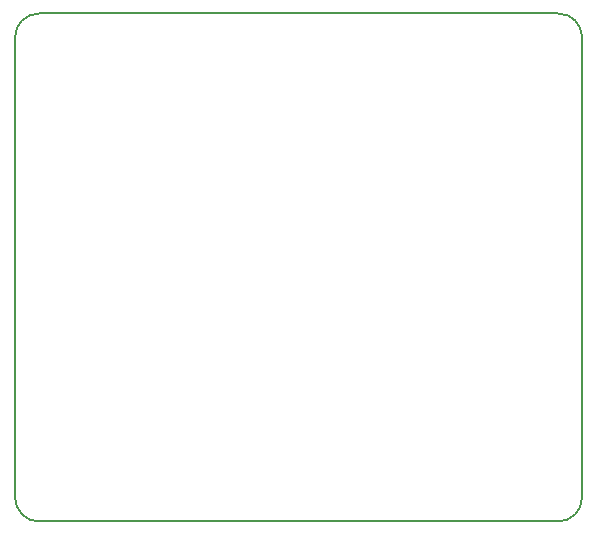
<source format=gm1>
G04 #@! TF.FileFunction,Profile,NP*
%FSLAX46Y46*%
G04 Gerber Fmt 4.6, Leading zero omitted, Abs format (unit mm)*
G04 Created by KiCad (PCBNEW 4.0.5) date 04/10/17 16:46:25*
%MOMM*%
%LPD*%
G01*
G04 APERTURE LIST*
%ADD10C,0.100000*%
%ADD11C,0.150000*%
G04 APERTURE END LIST*
D10*
D11*
X110000000Y-118000000D02*
X110000000Y-79000000D01*
X156000000Y-120000000D02*
X112000000Y-120000000D01*
X110000000Y-118000000D02*
G75*
G03X112000000Y-120000000I2000000J0D01*
G01*
X158000000Y-118000000D02*
X158000000Y-79000000D01*
X156000000Y-120000000D02*
G75*
G03X158000000Y-118000000I0J2000000D01*
G01*
X112000000Y-77000000D02*
X156000000Y-77000000D01*
X158000000Y-79000000D02*
G75*
G03X156000000Y-77000000I-2000000J0D01*
G01*
X112000000Y-77000000D02*
G75*
G03X110000000Y-79000000I0J-2000000D01*
G01*
M02*

</source>
